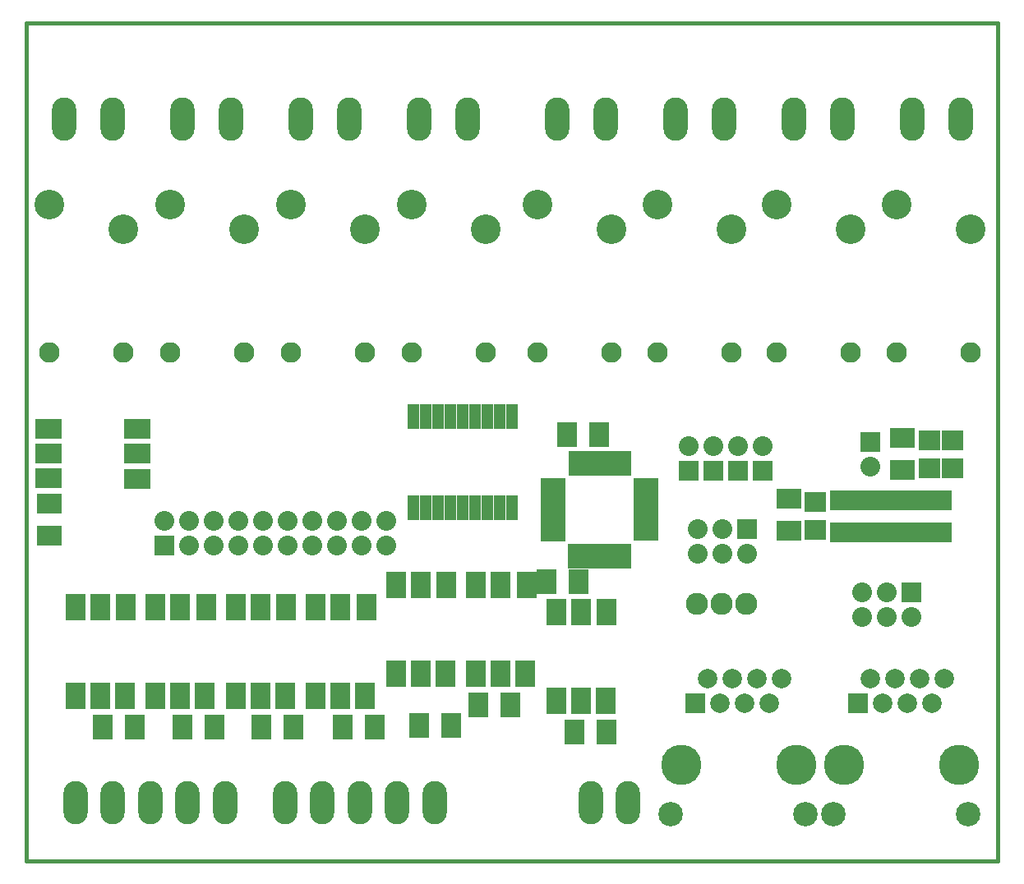
<source format=gts>
G04 (created by PCBNEW (2013-mar-13)-testing) date mer. 23 oct. 2013 17:58:57 CEST*
%MOIN*%
G04 Gerber Fmt 3.4, Leading zero omitted, Abs format*
%FSLAX34Y34*%
G01*
G70*
G90*
G04 APERTURE LIST*
%ADD10C,0.005906*%
%ADD11C,0.015000*%
%ADD12R,0.050000X0.098740*%
%ADD13R,0.080000X0.080000*%
%ADD14C,0.080000*%
%ADD15R,0.037700X0.098700*%
%ADD16R,0.098700X0.037700*%
%ADD17O,0.098000X0.176000*%
%ADD18R,0.090900X0.082900*%
%ADD19R,0.080000X0.100000*%
%ADD20R,0.100000X0.080000*%
%ADD21C,0.083000*%
%ADD22C,0.120000*%
%ADD23C,0.163700*%
%ADD24R,0.079100X0.079100*%
%ADD25C,0.079100*%
%ADD26C,0.098740*%
%ADD27R,0.110000X0.082000*%
%ADD28R,0.082000X0.110000*%
%ADD29C,0.090000*%
G04 APERTURE END LIST*
G54D10*
G54D11*
X71500Y-62000D02*
X110900Y-62000D01*
X71500Y-28000D02*
X110900Y-28000D01*
X110900Y-28000D02*
X110800Y-28000D01*
X110900Y-62000D02*
X110900Y-28000D01*
X71500Y-62000D02*
X71500Y-28000D01*
G54D12*
X87200Y-47650D03*
X87700Y-47650D03*
X88200Y-47650D03*
X88700Y-47650D03*
X89200Y-47650D03*
X89700Y-47650D03*
X90200Y-47650D03*
X90700Y-47650D03*
X91200Y-47650D03*
X91200Y-43950D03*
X90700Y-43950D03*
X90200Y-43950D03*
X87200Y-43949D03*
X87700Y-43950D03*
X88200Y-43950D03*
X88700Y-43950D03*
X89200Y-43950D03*
X89700Y-43950D03*
G54D13*
X77100Y-49200D03*
G54D14*
X77100Y-48200D03*
X78100Y-49200D03*
X78100Y-48200D03*
X79100Y-49200D03*
X79100Y-48200D03*
X80100Y-49200D03*
X80100Y-48200D03*
X81100Y-49200D03*
X81100Y-48200D03*
X82100Y-49200D03*
X82100Y-48200D03*
X83100Y-49200D03*
X83100Y-48200D03*
X84100Y-49200D03*
X84100Y-48200D03*
X85100Y-49200D03*
X85100Y-48200D03*
X86100Y-49200D03*
X86100Y-48200D03*
G54D15*
X93657Y-45854D03*
X93972Y-45854D03*
X94287Y-45854D03*
X94602Y-45854D03*
X94917Y-45854D03*
X95232Y-45854D03*
X95547Y-45854D03*
X95862Y-45854D03*
X95860Y-49620D03*
X93650Y-49620D03*
X93970Y-49620D03*
X94290Y-49620D03*
X94600Y-49620D03*
X94920Y-49620D03*
X95230Y-49620D03*
X95550Y-49620D03*
G54D16*
X96650Y-46638D03*
X96650Y-46952D03*
X96650Y-47268D03*
X96650Y-47582D03*
X96650Y-47898D03*
X96650Y-48212D03*
X96650Y-48528D03*
X96650Y-48842D03*
X92870Y-46640D03*
X92870Y-46950D03*
X92870Y-47270D03*
X92870Y-47580D03*
X92870Y-47890D03*
X92870Y-48210D03*
X92870Y-48530D03*
X92870Y-48850D03*
G54D17*
X82000Y-59645D03*
X83515Y-59645D03*
X85031Y-59645D03*
X86547Y-59645D03*
X88062Y-59645D03*
X73500Y-59645D03*
X75015Y-59645D03*
X76531Y-59645D03*
X78047Y-59645D03*
X79562Y-59645D03*
G54D13*
X107400Y-51112D03*
G54D14*
X107400Y-52112D03*
X106400Y-51112D03*
X106400Y-52112D03*
X105400Y-51112D03*
X105400Y-52112D03*
G54D18*
X109060Y-46059D03*
X109060Y-44941D03*
X108150Y-46059D03*
X108150Y-44941D03*
X103500Y-47441D03*
X103500Y-48559D03*
G54D13*
X101375Y-46175D03*
G54D14*
X101375Y-45175D03*
G54D13*
X100375Y-46175D03*
G54D14*
X100375Y-45175D03*
G54D13*
X98375Y-46175D03*
G54D14*
X98375Y-45175D03*
G54D13*
X105725Y-45000D03*
G54D14*
X105725Y-46000D03*
G54D13*
X99375Y-46175D03*
G54D14*
X99375Y-45175D03*
G54D19*
X84350Y-56550D03*
X85650Y-56550D03*
G54D20*
X105600Y-48650D03*
X105600Y-47350D03*
X104600Y-48650D03*
X104600Y-47350D03*
X102450Y-48600D03*
X102450Y-47300D03*
G54D19*
X94750Y-44700D03*
X93450Y-44700D03*
G54D20*
X107050Y-44825D03*
X107050Y-46125D03*
G54D19*
X77850Y-56550D03*
X79150Y-56550D03*
G54D20*
X108550Y-48650D03*
X108550Y-47350D03*
G54D19*
X74600Y-56550D03*
X75900Y-56550D03*
X81050Y-56550D03*
X82350Y-56550D03*
X95050Y-56750D03*
X93750Y-56750D03*
X87450Y-56500D03*
X88750Y-56500D03*
X91150Y-55650D03*
X89850Y-55650D03*
G54D13*
X100725Y-48525D03*
G54D14*
X100725Y-49525D03*
X99725Y-48525D03*
X99725Y-49525D03*
X98725Y-48525D03*
X98725Y-49525D03*
G54D20*
X72450Y-47500D03*
X72450Y-48800D03*
X107600Y-47350D03*
X107600Y-48650D03*
X106600Y-47350D03*
X106600Y-48650D03*
G54D17*
X94400Y-59645D03*
X95915Y-59645D03*
G54D19*
X93900Y-50650D03*
X92600Y-50650D03*
G54D21*
X72450Y-41350D03*
X75442Y-41350D03*
G54D22*
X75442Y-36350D03*
X72450Y-35350D03*
G54D21*
X77350Y-41350D03*
X80342Y-41350D03*
G54D22*
X80342Y-36350D03*
X77350Y-35350D03*
G54D21*
X82250Y-41350D03*
X85242Y-41350D03*
G54D22*
X85242Y-36350D03*
X82250Y-35350D03*
G54D21*
X87150Y-41350D03*
X90142Y-41350D03*
G54D22*
X90142Y-36350D03*
X87150Y-35350D03*
G54D17*
X74990Y-31889D03*
X73020Y-31889D03*
X79790Y-31889D03*
X77820Y-31889D03*
X84590Y-31889D03*
X82620Y-31889D03*
X89390Y-31889D03*
X87420Y-31889D03*
X94990Y-31889D03*
X93020Y-31889D03*
X99790Y-31889D03*
X97820Y-31889D03*
X104590Y-31889D03*
X102620Y-31889D03*
X109390Y-31889D03*
X107420Y-31889D03*
G54D21*
X106800Y-41350D03*
X109792Y-41350D03*
G54D22*
X109792Y-36350D03*
X106800Y-35350D03*
G54D21*
X101950Y-41350D03*
X104942Y-41350D03*
G54D22*
X104942Y-36350D03*
X101950Y-35350D03*
G54D21*
X97100Y-41350D03*
X100092Y-41350D03*
G54D22*
X100092Y-36350D03*
X97100Y-35350D03*
G54D21*
X92250Y-41350D03*
X95242Y-41350D03*
G54D22*
X95242Y-36350D03*
X92250Y-35350D03*
G54D23*
X102738Y-58112D03*
X98065Y-58112D03*
G54D24*
X98650Y-55612D03*
G54D25*
X99150Y-54612D03*
X99650Y-55612D03*
X100150Y-54612D03*
X100650Y-55612D03*
X101150Y-54612D03*
X101650Y-55612D03*
X102150Y-54612D03*
G54D26*
X97650Y-60112D03*
X103100Y-60112D03*
G54D23*
X109338Y-58112D03*
X104665Y-58112D03*
G54D24*
X105250Y-55612D03*
G54D25*
X105750Y-54612D03*
X106250Y-55612D03*
X106750Y-54612D03*
X107250Y-55612D03*
X107750Y-54612D03*
X108250Y-55612D03*
X108750Y-54612D03*
G54D26*
X104250Y-60112D03*
X109700Y-60112D03*
G54D27*
X72400Y-44450D03*
X72400Y-45450D03*
X72400Y-46450D03*
X76000Y-46500D03*
X76000Y-45450D03*
X76000Y-44450D03*
G54D28*
X73500Y-55300D03*
X74500Y-55300D03*
X75500Y-55300D03*
X75550Y-51700D03*
X74500Y-51700D03*
X73500Y-51700D03*
X76750Y-55300D03*
X77750Y-55300D03*
X78750Y-55300D03*
X78800Y-51700D03*
X77750Y-51700D03*
X76750Y-51700D03*
X80000Y-55300D03*
X81000Y-55300D03*
X82000Y-55300D03*
X82050Y-51700D03*
X81000Y-51700D03*
X80000Y-51700D03*
X83250Y-55300D03*
X84250Y-55300D03*
X85250Y-55300D03*
X85300Y-51700D03*
X84250Y-51700D03*
X83250Y-51700D03*
X86500Y-54400D03*
X87500Y-54400D03*
X88500Y-54400D03*
X88550Y-50800D03*
X87500Y-50800D03*
X86500Y-50800D03*
X89750Y-54400D03*
X90750Y-54400D03*
X91750Y-54400D03*
X91800Y-50800D03*
X90750Y-50800D03*
X89750Y-50800D03*
X93000Y-55500D03*
X94000Y-55500D03*
X95000Y-55500D03*
X95050Y-51900D03*
X94000Y-51900D03*
X93000Y-51900D03*
G54D29*
X98700Y-51575D03*
X99700Y-51575D03*
X100700Y-51575D03*
M02*

</source>
